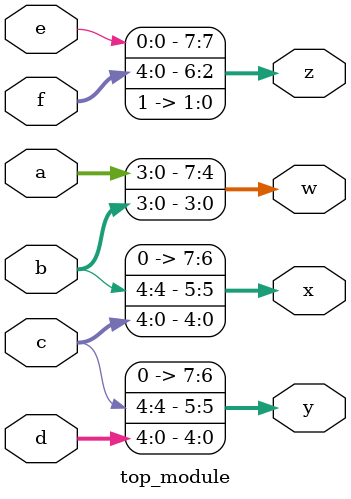
<source format=sv>
module top_module (
	input [4:0] a,
	input [4:0] b,
	input [4:0] c,
	input [4:0] d,
	input [4:0] e,
	input [4:0] f,
	output [7:0] w,
	output [7:0] x,
	output [7:0] y,
	output [7:0] z
);

	assign w = {a, b[3:0]};
	assign x = {b[4], c};
	assign y = {c[4], d};
	assign z = {e, f, 2'b11};

endmodule

</source>
